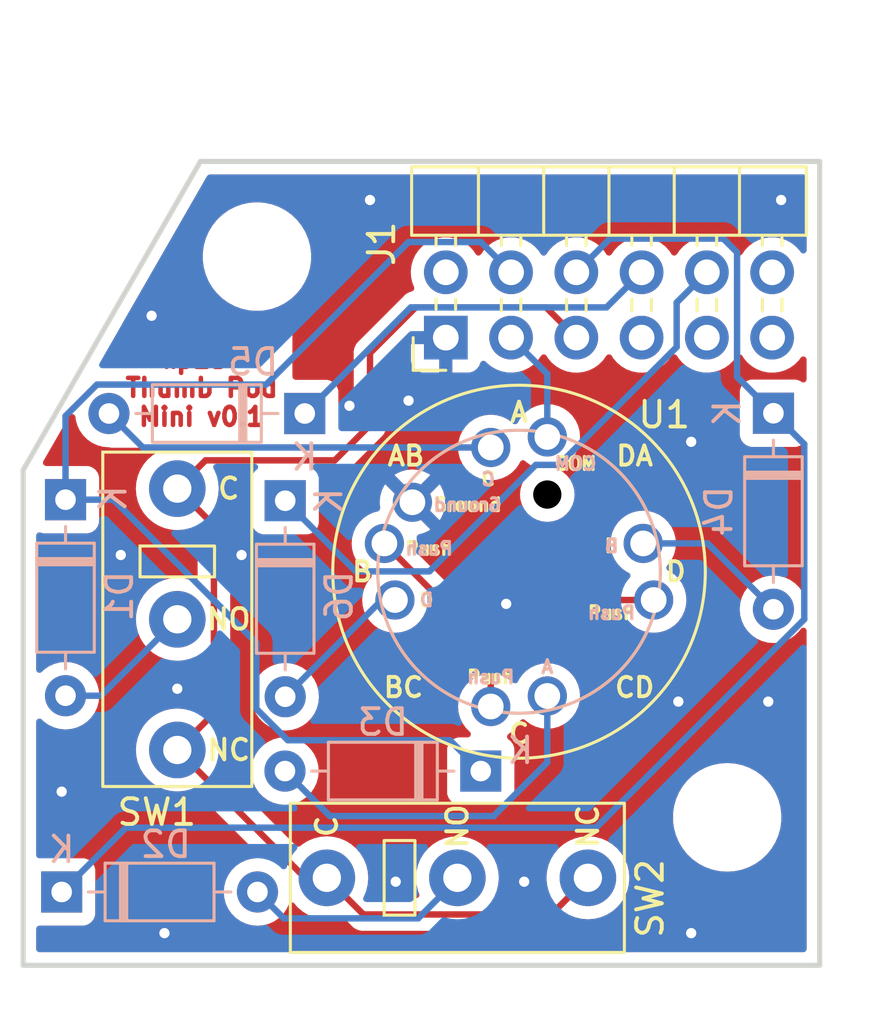
<source format=kicad_pcb>
(kicad_pcb (version 20211014) (generator pcbnew)
  (layers (0 "F.Cu" signal) (31 "B.Cu" signal) (34 "B.Paste" user) (35 "F.Paste" user) (36 "B.SilkS" user "B.Silkscreen") (37 "F.SilkS" user "F.Silkscreen") (38 "B.Mask" user) (39 "F.Mask" user) (44 "Edge.Cuts" user))
  (net 0 "")
  (net 1 "Net-(D1-Pad1)")
  (net 2 "Net-(D1-Pad2)")
  (net 3 "Net-(D2-Pad1)")
  (net 4 "Net-(D2-Pad2)")
  (net 5 "Net-(D3-Pad2)")
  (net 6 "Net-(D4-Pad2)")
  (net 7 "Net-(D5-Pad1)")
  (net 8 "Net-(D5-Pad2)")
  (net 9 "Net-(D6-Pad1)")
  (net 10 "Net-(D6-Pad2)")
  (net 12 "Net-(J1-Pad3)")
  (net 13 "Net-(J1-Pad5)")
  (net 18 "unconnected-(U1-Pad3)")
  (net 19 "/GND")
  (footprint "keypad:PinHeader_2x06_P2.54mm_Horizontal" (layer "F.Cu") (at 137.45 74.85 90)
    (fp_text reference "J1" (at 3.65 -2.5 90) (layer "F.SilkS"))
    (fp_text value "Conn_02x06_Odd_Even")
    (fp_line (start 3.582929 4.7) (end 3.98 4.7) (layer "F.SilkS") (width 0.12))
    (fp_line (start 3.98 14.03) (end 6.64 14.03) (layer "F.SilkS") (width 0.12))
    (fp_line (start 3.582929 8) (end 3.98 8) (layer "F.SilkS") (width 0.12))
    (fp_line (start 3.582929 12.32) (end 3.98 12.32) (layer "F.SilkS") (width 0.12))
    (fp_line (start 1.042929 13.08) (end 1.497071 13.08) (layer "F.SilkS") (width 0.12))
    (fp_line (start 3.582929 13.08) (end 3.98 13.08) (layer "F.SilkS") (width 0.12))
    (fp_line (start 3.582929 5.46) (end 3.98 5.46) (layer "F.SilkS") (width 0.12))
    (fp_line (start 1.042929 2.16) (end 1.497071 2.16) (layer "F.SilkS") (width 0.12))
    (fp_line (start 3.98 -1.33) (end 3.98 14.03) (layer "F.SilkS") (width 0.12))
    (fp_line (start 1.11 0.38) (end 1.497071 0.38) (layer "F.SilkS") (width 0.12))
    (fp_line (start -1.27 0) (end -1.27 -1.27) (layer "F.SilkS") (width 0.12))
    (fp_line (start 1.042929 9.78) (end 1.497071 9.78) (layer "F.SilkS") (width 0.12))
    (fp_line (start 1.042929 12.32) (end 1.497071 12.32) (layer "F.SilkS") (width 0.12))
    (fp_line (start 3.582929 -0.38) (end 3.98 -0.38) (layer "F.SilkS") (width 0.12))
    (fp_line (start 1.042929 7.24) (end 1.497071 7.24) (layer "F.SilkS") (width 0.12))
    (fp_line (start 3.582929 9.78) (end 3.98 9.78) (layer "F.SilkS") (width 0.12))
    (fp_line (start 1.042929 4.7) (end 1.497071 4.7) (layer "F.SilkS") (width 0.12))
    (fp_line (start -1.27 -1.27) (end 0 -1.27) (layer "F.SilkS") (width 0.12))
    (fp_line (start 3.582929 2.92) (end 3.98 2.92) (layer "F.SilkS") (width 0.12))
    (fp_line (start 1.042929 5.46) (end 1.497071 5.46) (layer "F.SilkS") (width 0.12))
    (fp_line (start 3.98 3.81) (end 6.64 3.81) (layer "F.SilkS") (width 0.12))
    (fp_line (start 6.64 -1.33) (end 3.98 -1.33) (layer "F.SilkS") (width 0.12))
    (fp_line (start 3.98 11.43) (end 6.64 11.43) (layer "F.SilkS") (width 0.12))
    (fp_line (start 1.042929 2.92) (end 1.497071 2.92) (layer "F.SilkS") (width 0.12))
    (fp_line (start 1.11 -0.38) (end 1.497071 -0.38) (layer "F.SilkS") (width 0.12))
    (fp_line (start 3.582929 2.16) (end 3.98 2.16) (layer "F.SilkS") (width 0.12))
    (fp_line (start 6.64 14.03) (end 6.64 -1.33) (layer "F.SilkS") (width 0.12))
    (fp_line (start 3.582929 7.24) (end 3.98 7.24) (layer "F.SilkS") (width 0.12))
    (fp_line (start 1.042929 10.54) (end 1.497071 10.54) (layer "F.SilkS") (width 0.12))
    (fp_line (start 3.98 8.89) (end 6.64 8.89) (layer "F.SilkS") (width 0.12))
    (fp_line (start 3.582929 10.54) (end 3.98 10.54) (layer "F.SilkS") (width 0.12))
    (fp_line (start 3.98 6.35) (end 6.64 6.35) (layer "F.SilkS") (width 0.12))
    (fp_line (start 3.582929 0.38) (end 3.98 0.38) (layer "F.SilkS") (width 0.12))
    (fp_line (start 1.042929 8) (end 1.497071 8) (layer "F.SilkS") (width 0.12))
    (fp_line (start 3.98 1.27) (end 6.64 1.27) (layer "F.SilkS") (width 0.12))
    (pad "1" thru_hole rect (at 0 0 90) (size 1.7 1.7) (drill 1) (layers F&B.Cu *.Mask) (net 19 "/GND"))
    (pad "2" thru_hole oval (at 2.54 0 90) (size 1.7 1.7) (drill 1) (layers F&B.Cu *.Mask))
    (pad "3" thru_hole oval (at 0 2.54 90) (size 1.7 1.7) (drill 1) (layers F&B.Cu *.Mask) (net 12 "Net-(J1-Pad3)"))
    (pad "4" thru_hole oval (at 2.54 2.54 90) (size 1.7 1.7) (drill 1) (layers F&B.Cu *.Mask) (net 1 "Net-(D1-Pad1)"))
    (pad "5" thru_hole oval (at 0 5.08 90) (size 1.7 1.7) (drill 1) (layers F&B.Cu *.Mask) (net 13 "Net-(J1-Pad5)"))
    (pad "6" thru_hole oval (at 2.54 5.08 90) (size 1.7 1.7) (drill 1) (layers F&B.Cu *.Mask) (net 3 "Net-(D2-Pad1)"))
    (pad "7" thru_hole oval (at 0 7.62 90) (size 1.7 1.7) (drill 1) (layers F&B.Cu *.Mask))
    (pad "8" thru_hole oval (at 2.54 7.62 90) (size 1.7 1.7) (drill 1) (layers F&B.Cu *.Mask) (net 7 "Net-(D5-Pad1)"))
    (pad "9" thru_hole oval (at 0 10.16 90) (size 1.7 1.7) (drill 1) (layers F&B.Cu *.Mask))
    (pad "10" thru_hole oval (at 2.54 10.16 90) (size 1.7 1.7) (drill 1) (layers F&B.Cu *.Mask) (net 9 "Net-(D6-Pad1)"))
    (pad "11" thru_hole oval (at 0 12.7 90) (size 1.7 1.7) (drill 1) (layers F&B.Cu *.Mask))
    (pad "12" thru_hole oval (at 2.54 12.7 90) (size 1.7 1.7) (drill 1) (layers F&B.Cu *.Mask))
  )
  (footprint "keypad:kailh_gm_microswitch" (layer "F.Cu") (at 127 85.8)
    (fp_text reference "SW1" (at -0.8 7.5 unlocked) (layer "F.SilkS"))
    (fp_text value "SW_Push_SPDT")
    (fp_text user "NC" (at 2 5.08 unlocked) (layer "F.SilkS") (effects (font (size 0.8 0.8))))
    (fp_text user "C" (at 2 -5.08 unlocked) (layer "F.SilkS") (effects (font (size 0.8 0.8))))
    (fp_text user "NO" (at 2 0 unlocked) (layer "F.SilkS") (effects (font (size 0.8 0.8))))
    (fp_rect (start -1.45 -2.85) (end 1.45 -1.65) (layer "F.SilkS") (width 0.12) (fill none))
    (fp_rect (start -2.9 -6.5) (end 2.9 6.5) (layer "F.SilkS") (width 0.12) (fill none))
    (pad "1" thru_hole circle (at 0 5.08) (size 2.2 2.2) (drill 1.1) (layers F&B.Cu *.Mask) (net 13 "Net-(J1-Pad5)"))
    (pad "2" thru_hole circle (at 0 -5.08) (size 2.2 2.2) (drill 1.1) (layers F&B.Cu *.Mask) (net 13 "Net-(J1-Pad5)"))
    (pad "3" thru_hole circle (at 0 0) (size 2.2 2.2) (drill 1.1) (layers F&B.Cu *.Mask) (net 2 "Net-(D1-Pad2)"))
  )
  (footprint "thumb_pod:RKJXM1015004" (layer "F.Cu") (at 140.3 83.95)
    (fp_text reference "U1" (at 5.65 -6.1 unlocked) (layer "F.SilkS"))
    (fp_text value "RKJXM1015004")
    (fp_text user "D" (at -3.6 1.1 unlocked) (layer "B.SilkS") (effects (font (size 0.5 0.5) (thickness 0.125)) (justify mirror)))
    (fp_text user "COM" (at 2.2 -4.2 unlocked) (layer "B.SilkS") (effects (font (size 0.5 0.5) (thickness 0.125)) (justify mirror)))
    (fp_text user "B" (at 3.6 -1 unlocked) (layer "B.SilkS") (effects (font (size 0.5 0.5) (thickness 0.125)) (justify mirror)))
    (fp_text user "C" (at -1.2 -3.6 unlocked) (layer "B.SilkS") (effects (font (size 0.5 0.5) (thickness 0.125)) (justify mirror)))
    (fp_text user "Push" (at -3.5 -0.9 unlocked) (layer "B.SilkS") (effects (font (size 0.5 0.5) (thickness 0.125)) (justify mirror)))
    (fp_text user "Ground" (at -2 -2.6 unlocked) (layer "B.SilkS") (effects (font (size 0.5 0.5) (thickness 0.125)) (justify mirror)))
    (fp_text user "A" (at 1.1 3.7 unlocked) (layer "B.SilkS") (effects (font (size 0.5 0.5) (thickness 0.125)) (justify mirror)))
    (fp_text user "Push" (at -1.1 4.1 unlocked) (layer "B.SilkS") (effects (font (size 0.5 0.5) (thickness 0.125)) (justify mirror)))
    (fp_text user "Push" (at 3.6 1.6 unlocked) (layer "B.SilkS") (effects (font (size 0.5 0.5) (thickness 0.125)) (justify mirror)))
    (fp_text user "Push" (at -1.1 4.1 unlocked) (layer "F.SilkS") (effects (font (size 0.5 0.5) (thickness 0.125))))
    (fp_text user "CD" (at 4.5 4.5 unlocked) (layer "F.SilkS") (effects (font (size 0.75 0.75))))
    (fp_text user "Push" (at 3.6 1.6 unlocked) (layer "F.SilkS") (effects (font (size 0.5 0.5) (thickness 0.125))))
    (fp_text user "DA" (at 4.5 -4.5 unlocked) (layer "F.SilkS") (effects (font (size 0.75 0.75))))
    (fp_text user "Ground" (at -2 -2.6 unlocked) (layer "F.SilkS") (effects (font (size 0.5 0.5) (thickness 0.125))))
    (fp_text user "A" (at 0 -6.2 unlocked) (layer "F.SilkS") (effects (font (size 0.75 0.75))))
    (fp_text user "BC" (at -4.5 4.5 unlocked) (layer "F.SilkS") (effects (font (size 0.75 0.75))))
    (fp_text user "C" (at -1.2 -3.6 unlocked) (layer "F.SilkS") (effects (font (size 0.5 0.5) (thickness 0.125))))
    (fp_text user "AB" (at -4.4 -4.5 unlocked) (layer "F.SilkS") (effects (font (size 0.75 0.75))))
    (fp_text user "B" (at -6.1 0 unlocked) (layer "F.SilkS") (effects (font (size 0.75 0.75))))
    (fp_text user "Push" (at -3.5 -0.9 unlocked) (layer "F.SilkS") (effects (font (size 0.5 0.5) (thickness 0.125))))
    (fp_text user "COM" (at 2.2 -4.2 unlocked) (layer "F.SilkS") (effects (font (size 0.5 0.5) (thickness 0.125))))
    (fp_text user "B" (at 3.6 -1 unlocked) (layer "F.SilkS") (effects (font (size 0.5 0.5) (thickness 0.125))))
    (fp_text user "A" (at 1.1 3.7 unlocked) (layer "F.SilkS") (effects (font (size 0.5 0.5) (thickness 0.125))))
    (fp_text user "C" (at 0 6.3 unlocked) (layer "F.SilkS") (effects (font (size 0.75 0.75))))
    (fp_text user "D" (at 6.1 0 unlocked) (layer "F.SilkS") (effects (font (size 0.75 0.75))))
    (fp_text user "D" (at -3.6 1.1 unlocked) (layer "F.SilkS") (effects (font (size 0.5 0.5) (thickness 0.125))))
    (fp_circle (center 0 0) (end 5.5 0) (layer "B.SilkS") (width 0.12) (fill none))
    (fp_circle (center 0 0) (end 7.25 0) (layer "F.SilkS") (width 0.12) (fill none))
    (fp_circle (center 0 0) (end 5.5 0) (layer "F.SilkS") (width 0.12) (fill none))
    (pad "" np_thru_hole circle (at 1.1 -3) (size 1.1 1.1) (drill 1.1) (layers *.Mask))
    (pad "1" thru_hole circle (at 1.1 -5.24) (size 1.524 1.524) (drill 1) (layers F&B.Cu *.Mask) (net 12 "Net-(J1-Pad3)"))
    (pad "2" thru_hole circle (at 4.83 -1.1) (size 1.524 1.524) (drill 1) (layers F&B.Cu *.Mask) (net 6 "Net-(D4-Pad2)"))
    (pad "3" thru_hole circle (at -1.1 5.24) (size 1.524 1.524) (drill 1) (layers F&B.Cu *.Mask) (net 18 "unconnected-(U1-Pad3)"))
    (pad "3" thru_hole circle (at -5.24 -1.1) (size 1.524 1.524) (drill 1) (layers F&B.Cu *.Mask) (net 18 "unconnected-(U1-Pad3)"))
    (pad "3" thru_hole circle (at 5.24 1.1) (size 1.524 1.524) (drill 1) (layers F&B.Cu *.Mask) (net 18 "unconnected-(U1-Pad3)"))
    (pad "4" thru_hole circle (at 1.1 4.83) (size 1.524 1.524) (drill 1) (layers F&B.Cu *.Mask) (net 5 "Net-(D3-Pad2)"))
    (pad "5" thru_hole circle (at -4.83 1.1) (size 1.524 1.524) (drill 1) (layers F&B.Cu *.Mask) (net 10 "Net-(D6-Pad2)"))
    (pad "6" thru_hole circle (at -4.15 -2.7) (size 1.524 1.524) (drill 1) (layers F&B.Cu *.Mask) (net 19 "/GND"))
    (pad "7" thru_hole circle (at -1.1 -4.83) (size 1.524 1.524) (drill 1) (layers F&B.Cu *.Mask) (net 8 "Net-(D5-Pad2)"))
  )
  (footprint "keypad:kailh_gm_microswitch" (layer "F.Cu") (at 137.9 95.85 90)
    (fp_text reference "SW2" (at -0.8 7.5 90 unlocked) (layer "F.SilkS"))
    (fp_text value "SW_Push_SPDT")
    (fp_text user "C" (at 2 -5.08 90 unlocked) (layer "F.SilkS") (effects (font (size 0.8 0.8))))
    (fp_text user "NC" (at 2 5.08 90 unlocked) (layer "F.SilkS") (effects (font (size 0.8 0.8))))
    (fp_text user "NO" (at 2 0 90 unlocked) (layer "F.SilkS") (effects (font (size 0.8 0.8))))
    (fp_rect (start -1.45 -2.85) (end 1.45 -1.65) (layer "F.SilkS") (width 0.12) (fill none))
    (fp_rect (start -2.9 -6.5) (end 2.9 6.5) (layer "F.SilkS") (width 0.12) (fill none))
    (pad "1" thru_hole circle (at 0 5.08 90) (size 2.2 2.2) (drill 1.1) (layers F&B.Cu *.Mask) (net 13 "Net-(J1-Pad5)"))
    (pad "2" thru_hole circle (at 0 -5.08 90) (size 2.2 2.2) (drill 1.1) (layers F&B.Cu *.Mask) (net 13 "Net-(J1-Pad5)"))
    (pad "3" thru_hole circle (at 0 0 90) (size 2.2 2.2) (drill 1.1) (layers F&B.Cu *.Mask) (net 4 "Net-(D2-Pad2)"))
  )
  (footprint "MountingHole:MountingHole_3.2mm_M3" (layer "F.Cu") (at 130.1 71.7)
    (fp_text reference "H1" hide)
    (fp_text value "MountingHole")
    (pad "" np_thru_hole circle (at 0 0) (size 3.2 3.2) (drill 3.2) (layers F&B.Cu *.Mask))
  )
  (footprint "MountingHole:MountingHole_3.2mm_M3" (layer "F.Cu") (at 148.4 93.5)
    (fp_text reference "H2" hide)
    (fp_text value "MountingHole")
    (pad "" np_thru_hole circle (at 0 0) (size 3.2 3.2) (drill 3.2) (layers F&B.Cu *.Mask))
  )
  (footprint "Diode_THT:D_DO-35_SOD27_P7.62mm_Horizontal" (layer "B.Cu") (at 131.2 81.19 -90)
    (fp_text reference "D6" (at 3.71 -2.1 -90) (layer "B.SilkS") (effects (justify mirror)))
    (fp_text value "1N4148")
    (fp_text user "K" (at 0.01 -1.7 90) (layer "B.SilkS") (effects (justify mirror)))
    (fp_line (start 1.69 -1.12) (end 5.93 -1.12) (layer "B.SilkS") (width 0.12))
    (fp_line (start 2.29 1.12) (end 2.29 -1.12) (layer "B.SilkS") (width 0.12))
    (fp_line (start 2.53 1.12) (end 2.53 -1.12) (layer "B.SilkS") (width 0.12))
    (fp_line (start 1.69 1.12) (end 1.69 -1.12) (layer "B.SilkS") (width 0.12))
    (fp_line (start 6.58 0) (end 5.93 0) (layer "B.SilkS") (width 0.12))
    (fp_line (start 1.04 0) (end 1.69 0) (layer "B.SilkS") (width 0.12))
    (fp_line (start 5.93 -1.12) (end 5.93 1.12) (layer "B.SilkS") (width 0.12))
    (fp_line (start 5.93 1.12) (end 1.69 1.12) (layer "B.SilkS") (width 0.12))
    (fp_line (start 2.41 1.12) (end 2.41 -1.12) (layer "B.SilkS") (width 0.12))
    (pad "1" thru_hole rect (at 0 0 270) (size 1.6 1.6) (drill 0.8) (layers F&B.Cu *.Mask) (net 9 "Net-(D6-Pad1)"))
    (pad "2" thru_hole oval (at 7.62 0 270) (size 1.6 1.6) (drill 0.8) (layers F&B.Cu *.Mask) (net 10 "Net-(D6-Pad2)"))
  )
  (footprint "Diode_THT:D_DO-35_SOD27_P7.62mm_Horizontal" (layer "B.Cu") (at 122.65 81.15 -90)
    (fp_text reference "D1" (at 3.75 -2.1 -90) (layer "B.SilkS") (effects (justify mirror)))
    (fp_text value "1N4148")
    (fp_text user "K" (at -0.05 -1.85 -90) (layer "B.SilkS") (effects (justify mirror)))
    (fp_line (start 5.93 -1.12) (end 5.93 1.12) (layer "B.SilkS") (width 0.12))
    (fp_line (start 6.58 0) (end 5.93 0) (layer "B.SilkS") (width 0.12))
    (fp_line (start 2.29 1.12) (end 2.29 -1.12) (layer "B.SilkS") (width 0.12))
    (fp_line (start 5.93 1.12) (end 1.69 1.12) (layer "B.SilkS") (width 0.12))
    (fp_line (start 2.53 1.12) (end 2.53 -1.12) (layer "B.SilkS") (width 0.12))
    (fp_line (start 1.69 -1.12) (end 5.93 -1.12) (layer "B.SilkS") (width 0.12))
    (fp_line (start 1.69 1.12) (end 1.69 -1.12) (layer "B.SilkS") (width 0.12))
    (fp_line (start 1.04 0) (end 1.69 0) (layer "B.SilkS") (width 0.12))
    (fp_line (start 2.41 1.12) (end 2.41 -1.12) (layer "B.SilkS") (width 0.12))
    (pad "1" thru_hole rect (at 0 0 270) (size 1.6 1.6) (drill 0.8) (layers F&B.Cu *.Mask) (net 1 "Net-(D1-Pad1)"))
    (pad "2" thru_hole oval (at 7.62 0 270) (size 1.6 1.6) (drill 0.8) (layers F&B.Cu *.Mask) (net 2 "Net-(D1-Pad2)"))
  )
  (footprint "Diode_THT:D_DO-35_SOD27_P7.62mm_Horizontal" (layer "B.Cu") (at 131.96 77.8 180)
    (fp_text reference "D5" (at 2.01 2) (layer "B.SilkS") (effects (justify mirror)))
    (fp_text value "1N4148")
    (fp_text user "K" (at 0.01 -1.7) (layer "B.SilkS") (effects (justify mirror)))
    (fp_line (start 2.53 1.12) (end 2.53 -1.12) (layer "B.SilkS") (width 0.12))
    (fp_line (start 5.93 1.12) (end 1.69 1.12) (layer "B.SilkS") (width 0.12))
    (fp_line (start 1.04 0) (end 1.69 0) (layer "B.SilkS") (width 0.12))
    (fp_line (start 2.41 1.12) (end 2.41 -1.12) (layer "B.SilkS") (width 0.12))
    (fp_line (start 5.93 -1.12) (end 5.93 1.12) (layer "B.SilkS") (width 0.12))
    (fp_line (start 6.58 0) (end 5.93 0) (layer "B.SilkS") (width 0.12))
    (fp_line (start 2.29 1.12) (end 2.29 -1.12) (layer "B.SilkS") (width 0.12))
    (fp_line (start 1.69 -1.12) (end 5.93 -1.12) (layer "B.SilkS") (width 0.12))
    (fp_line (start 1.69 1.12) (end 1.69 -1.12) (layer "B.SilkS") (width 0.12))
    (pad "1" thru_hole rect (at 0 0 180) (size 1.6 1.6) (drill 0.8) (layers F&B.Cu *.Mask) (net 7 "Net-(D5-Pad1)"))
    (pad "2" thru_hole oval (at 7.62 0 180) (size 1.6 1.6) (drill 0.8) (layers F&B.Cu *.Mask) (net 8 "Net-(D5-Pad2)"))
  )
  (footprint "Diode_THT:D_DO-35_SOD27_P7.62mm_Horizontal" (layer "B.Cu") (at 122.5 96.4)
    (fp_text reference "D2" (at 4.05 -1.85) (layer "B.SilkS") (effects (justify mirror)))
    (fp_text value "1N4148")
    (fp_text user "K" (at 0 -1.65) (layer "B.SilkS") (effects (justify mirror)))
    (fp_line (start 1.69 1.12) (end 1.69 -1.12) (layer "B.SilkS") (width 0.12))
    (fp_line (start 2.41 1.12) (end 2.41 -1.12) (layer "B.SilkS") (width 0.12))
    (fp_line (start 2.53 1.12) (end 2.53 -1.12) (layer "B.SilkS") (width 0.12))
    (fp_line (start 5.93 1.12) (end 1.69 1.12) (layer "B.SilkS") (width 0.12))
    (fp_line (start 6.58 0) (end 5.93 0) (layer "B.SilkS") (width 0.12))
    (fp_line (start 2.29 1.12) (end 2.29 -1.12) (layer "B.SilkS") (width 0.12))
    (fp_line (start 5.93 -1.12) (end 5.93 1.12) (layer "B.SilkS") (width 0.12))
    (fp_line (start 1.04 0) (end 1.69 0) (layer "B.SilkS") (width 0.12))
    (fp_line (start 1.69 -1.12) (end 5.93 -1.12) (layer "B.SilkS") (width 0.12))
    (pad "1" thru_hole rect (at 0 0) (size 1.6 1.6) (drill 0.8) (layers F&B.Cu *.Mask) (net 3 "Net-(D2-Pad1)"))
    (pad "2" thru_hole oval (at 7.62 0) (size 1.6 1.6) (drill 0.8) (layers F&B.Cu *.Mask) (net 4 "Net-(D2-Pad2)"))
  )
  (footprint "Diode_THT:D_DO-35_SOD27_P7.62mm_Horizontal" (layer "B.Cu") (at 150.2 77.79 -90)
    (fp_text reference "D4" (at 3.81 2.12 90) (layer "B.SilkS") (effects (justify mirror)))
    (fp_text value "1N4148")
    (fp_text user "K" (at 0 1.8 90) (layer "B.SilkS") (effects (justify mirror)))
    (fp_line (start 5.93 1.12) (end 1.69 1.12) (layer "B.SilkS") (width 0.12))
    (fp_line (start 2.53 1.12) (end 2.53 -1.12) (layer "B.SilkS") (width 0.12))
    (fp_line (start 6.58 0) (end 5.93 0) (layer "B.SilkS") (width 0.12))
    (fp_line (start 5.93 -1.12) (end 5.93 1.12) (layer "B.SilkS") (width 0.12))
    (fp_line (start 1.04 0) (end 1.69 0) (layer "B.SilkS") (width 0.12))
    (fp_line (start 1.69 -1.12) (end 5.93 -1.12) (layer "B.SilkS") (width 0.12))
    (fp_line (start 2.29 1.12) (end 2.29 -1.12) (layer "B.SilkS") (width 0.12))
    (fp_line (start 2.41 1.12) (end 2.41 -1.12) (layer "B.SilkS") (width 0.12))
    (fp_line (start 1.69 1.12) (end 1.69 -1.12) (layer "B.SilkS") (width 0.12))
    (pad "1" thru_hole rect (at 0 0 270) (size 1.6 1.6) (drill 0.8) (layers F&B.Cu *.Mask) (net 3 "Net-(D2-Pad1)"))
    (pad "2" thru_hole oval (at 7.62 0 270) (size 1.6 1.6) (drill 0.8) (layers F&B.Cu *.Mask) (net 6 "Net-(D4-Pad2)"))
  )
  (footprint "Diode_THT:D_DO-35_SOD27_P7.62mm_Horizontal" (layer "B.Cu") (at 138.81 91.7 180)
    (fp_text reference "D3" (at 3.81 1.9) (layer "B.SilkS") (effects (justify mirror)))
    (fp_text value "1N4148")
    (fp_text user "K" (at -1.54 0.8) (layer "B.SilkS") (effects (justify mirror)))
    (fp_line (start 1.69 1.12) (end 1.69 -1.12) (layer "B.SilkS") (width 0.12))
    (fp_line (start 2.53 1.12) (end 2.53 -1.12) (layer "B.SilkS") (width 0.12))
    (fp_line (start 1.04 0) (end 1.69 0) (layer "B.SilkS") (width 0.12))
    (fp_line (start 2.29 1.12) (end 2.29 -1.12) (layer "B.SilkS") (width 0.12))
    (fp_line (start 2.41 1.12) (end 2.41 -1.12) (layer "B.SilkS") (width 0.12))
    (fp_line (start 1.69 -1.12) (end 5.93 -1.12) (layer "B.SilkS") (width 0.12))
    (fp_line (start 6.58 0) (end 5.93 0) (layer "B.SilkS") (width 0.12))
    (fp_line (start 5.93 -1.12) (end 5.93 1.12) (layer "B.SilkS") (width 0.12))
    (fp_line (start 5.93 1.12) (end 1.69 1.12) (layer "B.SilkS") (width 0.12))
    (pad "1" thru_hole rect (at 0 0 180) (size 1.6 1.6) (drill 0.8) (layers F&B.Cu *.Mask) (net 1 "Net-(D1-Pad1)"))
    (pad "2" thru_hole oval (at 7.62 0 180) (size 1.6 1.6) (drill 0.8) (layers F&B.Cu *.Mask) (net 5 "Net-(D3-Pad2)"))
  )
  (gr_line (start 127.9 68) (end 121 80) (layer "Edge.Cuts") (width 0.2))
  (gr_line (start 121 99.25) (end 152 99.25) (layer "Edge.Cuts") (width 0.2))
  (gr_line (start 152 68) (end 127.9 68) (layer "Edge.Cuts") (width 0.2))
  (gr_line (start 152 99.25) (end 152 68) (layer "Edge.Cuts") (width 0.2))
  (gr_line (start 121 80) (end 121 99.25) (layer "Edge.Cuts") (width 0.2))
  (gr_text "kp13 \nThumb Pod\nMini v0.1" (at 127.95 76.8) (layer "F.Cu") (effects (font (size 0.7 0.7) (thickness 0.175))))
  (segment (start 139.99 72.31) (end 138.815 71.135) (width 0.25) (layer "B.Cu") (net 1))
  (segment (start 137.61 90.5) (end 138.81 91.7) (width 0.25) (layer "B.Cu") (net 1))
  (segment (start 131.299009 90.5) (end 137.61 90.5) (width 0.25) (layer "B.Cu") (net 1))
  (segment (start 138.815 71.135) (end 135.994998 71.135) (width 0.25) (layer "B.Cu") (net 1))
  (segment (start 135.994998 71.135) (end 130.454998 76.675) (width 0.25) (layer "B.Cu") (net 1))
  (segment (start 124.515255 81.15) (end 130.075 86.709745) (width 0.25) (layer "B.Cu") (net 1))
  (segment (start 122.65 81.15) (end 124.515255 81.15) (width 0.25) (layer "B.Cu") (net 1))
  (segment (start 130.075 89.275991) (end 131.299009 90.5) (width 0.25) (layer "B.Cu") (net 1))
  (segment (start 130.454998 76.675) (end 123.874009 76.675) (width 0.25) (layer "B.Cu") (net 1))
  (segment (start 130.075 86.709745) (end 130.075 89.275991) (width 0.25) (layer "B.Cu") (net 1))
  (segment (start 122.65 77.899009) (end 122.65 81.15) (width 0.25) (layer "B.Cu") (net 1))
  (segment (start 123.874009 76.675) (end 122.65 77.899009) (width 0.25) (layer "B.Cu") (net 1))
  (segment (start 122.65 88.77) (end 124.03 88.77) (width 0.25) (layer "B.Cu") (net 2))
  (segment (start 124.03 88.77) (end 127 85.8) (width 0.25) (layer "B.Cu") (net 2))
  (segment (start 148.785 71.535) (end 148.25 71) (width 0.25) (layer "B.Cu") (net 3))
  (segment (start 150.2 77.79) (end 148.785 76.375) (width 0.25) (layer "B.Cu") (net 3))
  (segment (start 151.4 78.99) (end 150.2 77.79) (width 0.25) (layer "B.Cu") (net 3))
  (segment (start 143.300991 93.9) (end 151.4 85.800991) (width 0.25) (layer "B.Cu") (net 3))
  (segment (start 151.4 85.800991) (end 151.4 78.99) (width 0.25) (layer "B.Cu") (net 3))
  (segment (start 148.25 71) (end 143.84 71) (width 0.25) (layer "B.Cu") (net 3))
  (segment (start 143.84 71) (end 142.53 72.31) (width 0.25) (layer "B.Cu") (net 3))
  (segment (start 122.5 96.4) (end 125 93.9) (width 0.25) (layer "B.Cu") (net 3))
  (segment (start 148.785 76.375) (end 148.785 71.535) (width 0.25) (layer "B.Cu") (net 3))
  (segment (start 125 93.9) (end 143.300991 93.9) (width 0.25) (layer "B.Cu") (net 3))
  (segment (start 131.145 97.425) (end 136.375 97.425) (width 0.25) (layer "B.Cu") (net 4))
  (segment (start 130.12 96.4) (end 131.145 97.425) (width 0.25) (layer "B.Cu") (net 4))
  (segment (start 136.375 97.425) (end 137.8 96) (width 0.25) (layer "B.Cu") (net 4))
  (segment (start 141.4 91.36) (end 141.4 88.78) (width 0.25) (layer "B.Cu") (net 5))
  (segment (start 132.94 93.45) (end 139.31 93.45) (width 0.25) (layer "B.Cu") (net 5))
  (segment (start 131.19 91.7) (end 132.94 93.45) (width 0.25) (layer "B.Cu") (net 5))
  (segment (start 139.31 93.45) (end 141.4 91.36) (width 0.25) (layer "B.Cu") (net 5))
  (segment (start 145.13 82.85) (end 147.64 82.85) (width 0.25) (layer "B.Cu") (net 6))
  (segment (start 147.64 82.85) (end 150.2 85.41) (width 0.25) (layer "B.Cu") (net 6))
  (segment (start 143.705 73.675) (end 145.07 72.31) (width 0.25) (layer "B.Cu") (net 7))
  (segment (start 131.96 77.8) (end 136.085 73.675) (width 0.25) (layer "B.Cu") (net 7))
  (segment (start 136.085 73.675) (end 143.705 73.675) (width 0.25) (layer "B.Cu") (net 7))
  (segment (start 124.34 77.8) (end 125.66 79.12) (width 0.25) (layer "B.Cu") (net 8))
  (segment (start 125.66 79.12) (end 139.2 79.12) (width 0.25) (layer "B.Cu") (net 8))
  (segment (start 140.953 79.797) (end 141.853 79.797) (width 0.25) (layer "B.Cu") (net 9))
  (segment (start 131.2 81.19) (end 133.947 83.937) (width 0.25) (layer "B.Cu") (net 9))
  (segment (start 133.947 83.937) (end 136.813 83.937) (width 0.25) (layer "B.Cu") (net 9))
  (segment (start 146.435 75.215) (end 146.435 73.485) (width 0.25) (layer "B.Cu") (net 9))
  (segment (start 146.435 73.485) (end 147.61 72.31) (width 0.25) (layer "B.Cu") (net 9))
  (segment (start 136.813 83.937) (end 140.953 79.797) (width 0.25) (layer "B.Cu") (net 9))
  (segment (start 141.853 79.797) (end 146.435 75.215) (width 0.25) (layer "B.Cu") (net 9))
  (segment (start 131.2 88.81) (end 134.96 85.05) (width 0.25) (layer "B.Cu") (net 10))
  (segment (start 134.96 85.05) (end 135.47 85.05) (width 0.25) (layer "B.Cu") (net 10))
  (segment (start 139.99 74.85) (end 141.4 76.26) (width 0.25) (layer "B.Cu") (net 12))
  (segment (start 141.4 76.26) (end 141.4 78.71) (width 0.25) (layer "B.Cu") (net 12))
  (segment (start 127 90.88) (end 131.97 95.85) (width 0.25) (layer "F.Cu") (net 13))
  (segment (start 134.5 75.45) (end 136.275 73.675) (width 0.25) (layer "F.Cu") (net 13))
  (segment (start 127 90.88) (end 128.425 89.455) (width 0.25) (layer "F.Cu") (net 13))
  (segment (start 134.245 97.275) (end 141.555 97.275) (width 0.25) (layer "F.Cu") (net 13))
  (segment (start 128.425 82.145) (end 127 80.72) (width 0.25) (layer "F.Cu") (net 13))
  (segment (start 132.82 95.85) (end 134.245 97.275) (width 0.25) (layer "F.Cu") (net 13))
  (segment (start 136.275 73.675) (end 141.355 73.675) (width 0.25) (layer "F.Cu") (net 13))
  (segment (start 131.97 95.85) (end 132.82 95.85) (width 0.25) (layer "F.Cu") (net 13))
  (segment (start 127 80.72) (end 128.099999 79.620001) (width 0.25) (layer "F.Cu") (net 13))
  (segment (start 141.355 73.675) (end 142.53 74.85) (width 0.25) (layer "F.Cu") (net 13))
  (segment (start 134.5 78.25) (end 134.5 75.45) (width 0.25) (layer "F.Cu") (net 13))
  (segment (start 128.425 89.455) (end 128.425 82.145) (width 0.25) (layer "F.Cu") (net 13))
  (segment (start 128.099999 79.620001) (end 133.129999 79.620001) (width 0.25) (layer "F.Cu") (net 13))
  (segment (start 141.555 97.275) (end 142.98 95.85) (width 0.25) (layer "F.Cu") (net 13))
  (segment (start 133.129999 79.620001) (end 134.5 78.25) (width 0.25) (layer "F.Cu") (net 13))
  (segment (start 139.2 86.99) (end 139.2 89.19) (width 0.25) (layer "F.Cu") (net 18))
  (segment (start 145.54 85.05) (end 141.14 85.05) (width 0.25) (layer "F.Cu") (net 18))
  (segment (start 141.14 85.05) (end 139.2 86.99) (width 0.25) (layer "F.Cu") (net 18))
  (segment (start 135.06 82.85) (end 139.2 86.99) (width 0.25) (layer "F.Cu") (net 18))
  (via (at 124.8 83.3) (size 0.8) (drill 0.4) (layers "F.Cu" "B.Cu") (net 19))
  (via (at 136 77.3) (size 0.8) (drill 0.4) (layers "F.Cu" "B.Cu") (net 19))
  (via (at 129.5 83.3) (size 0.8) (drill 0.4) (layers "F.Cu" "B.Cu") (net 19))
  (via (at 147 78.9) (size 0.8) (drill 0.4) (layers "F.Cu" "B.Cu") (net 19))
  (via (at 139.8 85.2) (size 0.8) (drill 0.4) (layers "F.Cu" "B.Cu") (net 19))
  (via (at 134.5 69.5) (size 0.8) (drill 0.4) (layers "F.Cu" "B.Cu") (net 19))
  (via (at 150.5 69.5) (size 0.8) (drill 0.4) (layers "F.Cu" "B.Cu") (net 19))
  (via (at 147 98) (size 0.8) (drill 0.4) (layers "F.Cu" "B.Cu") (net 19))
  (via (at 126 74) (size 0.8) (drill 0.4) (layers "F.Cu" "B.Cu") (net 19))
  (via (at 150 89) (size 0.8) (drill 0.4) (layers "F.Cu" "B.Cu") (net 19))
  (via (at 133.7 77.5) (size 0.8) (drill 0.4) (layers "F.Cu" "B.Cu") (net 19))
  (via (at 126.5 98) (size 0.8) (drill 0.4) (layers "F.Cu" "B.Cu") (net 19))
  (via (at 140.5 96) (size 0.8) (drill 0.4) (layers "F.Cu" "B.Cu") (net 19))
  (via (at 127 88.5) (size 0.8) (drill 0.4) (layers "F.Cu" "B.Cu") (net 19))
  (via (at 135.5 96) (size 0.8) (drill 0.4) (layers "F.Cu" "B.Cu") (net 19))
  (via (at 146.5 89) (size 0.8) (drill 0.4) (layers "F.Cu" "B.Cu") (net 19))
  (via (at 122.5 92.5) (size 0.8) (drill 0.4) (layers "F.Cu" "B.Cu") (net 19))
  (zone (net 19) (net_name "/GND") (layers F&B.Cu) (connect_pads (clearance 0.508)) (min_thickness 0.254) (fill yes (thermal_gap 0.508) (thermal_bridge_width 0.508))
    (polygon (pts (xy 151.85 99.95) (xy 120.1 99.95) (xy 120.15 67.85) (xy 151.917942 67.469061)))
  )
)
</source>
